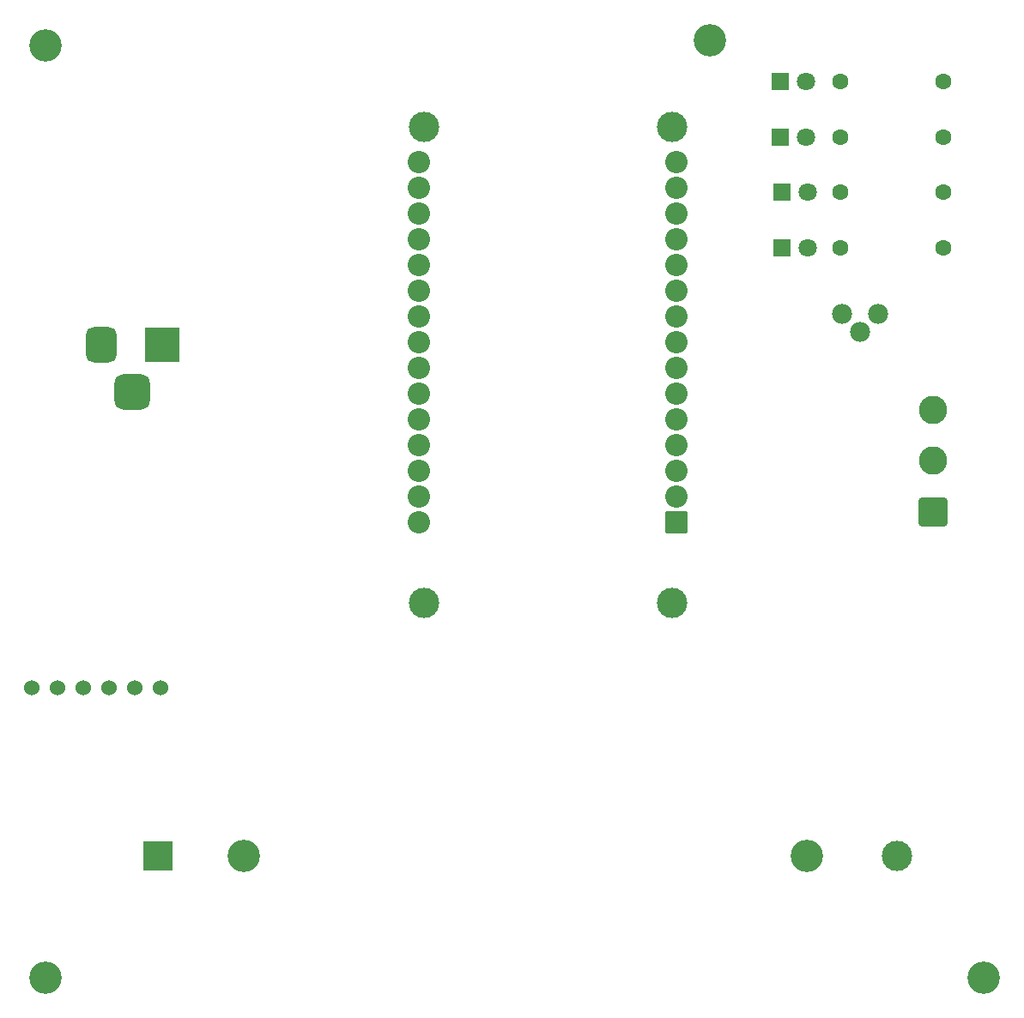
<source format=gbr>
%TF.GenerationSoftware,KiCad,Pcbnew,9.0.2*%
%TF.CreationDate,2025-07-17T14:14:17-05:00*%
%TF.ProjectId,PCB Leds,50434220-4c65-4647-932e-6b696361645f,rev?*%
%TF.SameCoordinates,Original*%
%TF.FileFunction,Soldermask,Top*%
%TF.FilePolarity,Negative*%
%FSLAX46Y46*%
G04 Gerber Fmt 4.6, Leading zero omitted, Abs format (unit mm)*
G04 Created by KiCad (PCBNEW 9.0.2) date 2025-07-17 14:14:17*
%MOMM*%
%LPD*%
G01*
G04 APERTURE LIST*
G04 Aperture macros list*
%AMRoundRect*
0 Rectangle with rounded corners*
0 $1 Rounding radius*
0 $2 $3 $4 $5 $6 $7 $8 $9 X,Y pos of 4 corners*
0 Add a 4 corners polygon primitive as box body*
4,1,4,$2,$3,$4,$5,$6,$7,$8,$9,$2,$3,0*
0 Add four circle primitives for the rounded corners*
1,1,$1+$1,$2,$3*
1,1,$1+$1,$4,$5*
1,1,$1+$1,$6,$7*
1,1,$1+$1,$8,$9*
0 Add four rect primitives between the rounded corners*
20,1,$1+$1,$2,$3,$4,$5,0*
20,1,$1+$1,$4,$5,$6,$7,0*
20,1,$1+$1,$6,$7,$8,$9,0*
20,1,$1+$1,$8,$9,$2,$3,0*%
G04 Aperture macros list end*
%ADD10C,1.600000*%
%ADD11R,3.500000X3.500000*%
%ADD12RoundRect,0.750000X-0.750000X-1.000000X0.750000X-1.000000X0.750000X1.000000X-0.750000X1.000000X0*%
%ADD13RoundRect,0.875000X-0.875000X-0.875000X0.875000X-0.875000X0.875000X0.875000X-0.875000X0.875000X0*%
%ADD14R,1.800000X1.800000*%
%ADD15C,1.800000*%
%ADD16C,3.200000*%
%ADD17R,3.000000X3.000000*%
%ADD18C,3.000000*%
%ADD19RoundRect,0.102000X1.000000X1.000000X-1.000000X1.000000X-1.000000X-1.000000X1.000000X-1.000000X0*%
%ADD20C,2.204000*%
%ADD21RoundRect,0.250001X1.149999X-1.149999X1.149999X1.149999X-1.149999X1.149999X-1.149999X-1.149999X0*%
%ADD22C,2.800000*%
%ADD23C,1.524000*%
%ADD24C,1.982000*%
G04 APERTURE END LIST*
D10*
%TO.C,R2*%
X121340000Y-43000000D03*
X131500000Y-43000000D03*
%TD*%
%TO.C,R3*%
X121340000Y-48500000D03*
X131500000Y-48500000D03*
%TD*%
D11*
%TO.C,J1*%
X54500000Y-63500000D03*
D12*
X48500000Y-63500000D03*
D13*
X51500000Y-68200000D03*
%TD*%
D14*
%TO.C,D4*%
X115630000Y-54000000D03*
D15*
X118170000Y-54000000D03*
%TD*%
D16*
%TO.C,REF\u002A\u002A*%
X43000000Y-34000000D03*
%TD*%
D14*
%TO.C,D2*%
X115460000Y-43000000D03*
D15*
X118000000Y-43000000D03*
%TD*%
D10*
%TO.C,R4*%
X121340000Y-54000000D03*
X131500000Y-54000000D03*
%TD*%
D16*
%TO.C,BT1*%
X62495000Y-114000000D03*
X118105000Y-114000000D03*
D17*
X54050000Y-114000000D03*
D18*
X126950000Y-114000000D03*
%TD*%
D16*
%TO.C,*%
X135500000Y-126000000D03*
%TD*%
%TO.C,*%
X108500000Y-33500000D03*
%TD*%
D14*
%TO.C,D1*%
X115460000Y-37500000D03*
D15*
X118000000Y-37500000D03*
%TD*%
D14*
%TO.C,D3*%
X115630000Y-48500000D03*
D15*
X118170000Y-48500000D03*
%TD*%
D18*
%TO.C,U1*%
X104780000Y-88975000D03*
X104780000Y-42025000D03*
X80270000Y-88975000D03*
X80270000Y-42025000D03*
D19*
X105200000Y-81015000D03*
D20*
X105200000Y-78475000D03*
X105200000Y-75935000D03*
X105200000Y-73395000D03*
X105200000Y-70855000D03*
X105200000Y-68315000D03*
X105200000Y-65775000D03*
X105200000Y-63235000D03*
X105200000Y-60695000D03*
X105200000Y-58155000D03*
X105200000Y-55615000D03*
X105200000Y-53075000D03*
X105200000Y-50535000D03*
X105200000Y-47995000D03*
X105200000Y-45455000D03*
X79800000Y-45455000D03*
X79800000Y-47995000D03*
X79800000Y-50535000D03*
X79800000Y-53075000D03*
X79800000Y-55615000D03*
X79800000Y-58155000D03*
X79800000Y-60695000D03*
X79800000Y-63235000D03*
X79800000Y-65775000D03*
X79800000Y-68315000D03*
X79800000Y-70855000D03*
X79800000Y-73395000D03*
X79800000Y-75935000D03*
X79800000Y-78475000D03*
X79800000Y-81015000D03*
%TD*%
D21*
%TO.C,J2*%
X130500000Y-80000000D03*
D22*
X130500000Y-75000000D03*
X130500000Y-70000000D03*
%TD*%
D16*
%TO.C,*%
X43000000Y-126000000D03*
%TD*%
D23*
%TO.C,U2*%
X41650000Y-97430000D03*
X44190000Y-97430000D03*
X46730000Y-97430000D03*
X49270000Y-97430000D03*
X51810000Y-97430000D03*
X54350000Y-97430000D03*
%TD*%
D10*
%TO.C,R1*%
X121340000Y-37500000D03*
X131500000Y-37500000D03*
%TD*%
D24*
%TO.C,Q1*%
X121500000Y-60500000D03*
X123296050Y-62296050D03*
X125092100Y-60500000D03*
%TD*%
M02*

</source>
